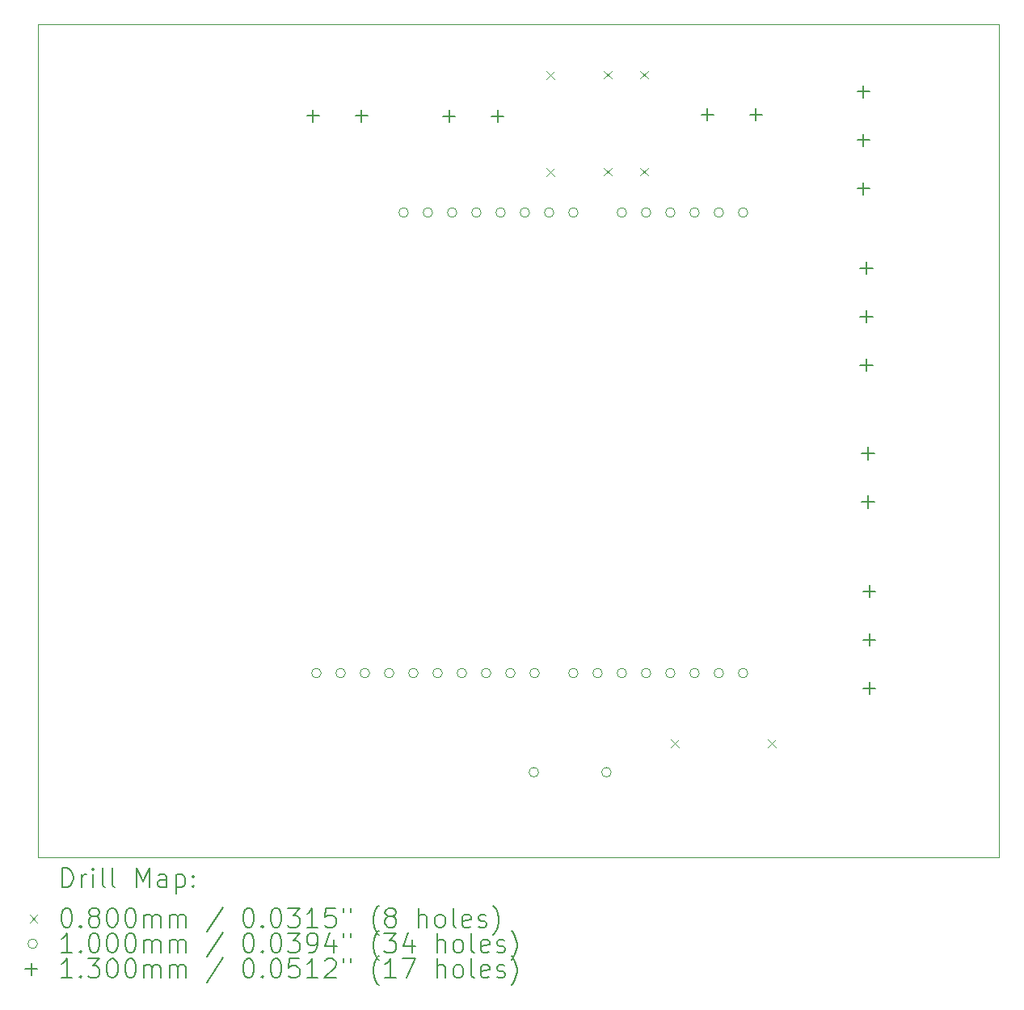
<source format=gbr>
%TF.GenerationSoftware,KiCad,Pcbnew,7.0.5*%
%TF.CreationDate,2023-12-17T15:08:01+05:30*%
%TF.ProjectId,LV conn,4c562063-6f6e-46e2-9e6b-696361645f70,rev?*%
%TF.SameCoordinates,Original*%
%TF.FileFunction,Drillmap*%
%TF.FilePolarity,Positive*%
%FSLAX45Y45*%
G04 Gerber Fmt 4.5, Leading zero omitted, Abs format (unit mm)*
G04 Created by KiCad (PCBNEW 7.0.5) date 2023-12-17 15:08:01*
%MOMM*%
%LPD*%
G01*
G04 APERTURE LIST*
%ADD10C,0.100000*%
%ADD11C,0.200000*%
%ADD12C,0.080000*%
%ADD13C,0.130000*%
G04 APERTURE END LIST*
D10*
X9504680Y-3017520D02*
X19575780Y-3017520D01*
X19575780Y-11744960D01*
X9504680Y-11744960D01*
X9504680Y-3017520D01*
D11*
D12*
X14834240Y-3510920D02*
X14914240Y-3590920D01*
X14914240Y-3510920D02*
X14834240Y-3590920D01*
X14834240Y-4526920D02*
X14914240Y-4606920D01*
X14914240Y-4526920D02*
X14834240Y-4606920D01*
X15433680Y-3508380D02*
X15513680Y-3588380D01*
X15513680Y-3508380D02*
X15433680Y-3588380D01*
X15433680Y-4524380D02*
X15513680Y-4604380D01*
X15513680Y-4524380D02*
X15433680Y-4604380D01*
X15814680Y-3508380D02*
X15894680Y-3588380D01*
X15894680Y-3508380D02*
X15814680Y-3588380D01*
X15814680Y-4524380D02*
X15894680Y-4604380D01*
X15894680Y-4524380D02*
X15814680Y-4604380D01*
X16137260Y-10513700D02*
X16217260Y-10593700D01*
X16217260Y-10513700D02*
X16137260Y-10593700D01*
X17153260Y-10513700D02*
X17233260Y-10593700D01*
X17233260Y-10513700D02*
X17153260Y-10593700D01*
D10*
X12471340Y-9817740D02*
G75*
G03*
X12471340Y-9817740I-50000J0D01*
G01*
X12725340Y-9817740D02*
G75*
G03*
X12725340Y-9817740I-50000J0D01*
G01*
X12979340Y-9817740D02*
G75*
G03*
X12979340Y-9817740I-50000J0D01*
G01*
X13233340Y-9817740D02*
G75*
G03*
X13233340Y-9817740I-50000J0D01*
G01*
X13385340Y-4991740D02*
G75*
G03*
X13385340Y-4991740I-50000J0D01*
G01*
X13487340Y-9817740D02*
G75*
G03*
X13487340Y-9817740I-50000J0D01*
G01*
X13639340Y-4991740D02*
G75*
G03*
X13639340Y-4991740I-50000J0D01*
G01*
X13741340Y-9817740D02*
G75*
G03*
X13741340Y-9817740I-50000J0D01*
G01*
X13893340Y-4991740D02*
G75*
G03*
X13893340Y-4991740I-50000J0D01*
G01*
X13995340Y-9817740D02*
G75*
G03*
X13995340Y-9817740I-50000J0D01*
G01*
X14147340Y-4991740D02*
G75*
G03*
X14147340Y-4991740I-50000J0D01*
G01*
X14249340Y-9817740D02*
G75*
G03*
X14249340Y-9817740I-50000J0D01*
G01*
X14401340Y-4991740D02*
G75*
G03*
X14401340Y-4991740I-50000J0D01*
G01*
X14503340Y-9817740D02*
G75*
G03*
X14503340Y-9817740I-50000J0D01*
G01*
X14655340Y-4991740D02*
G75*
G03*
X14655340Y-4991740I-50000J0D01*
G01*
X14749980Y-10855960D02*
G75*
G03*
X14749980Y-10855960I-50000J0D01*
G01*
X14757340Y-9817740D02*
G75*
G03*
X14757340Y-9817740I-50000J0D01*
G01*
X14909340Y-4991740D02*
G75*
G03*
X14909340Y-4991740I-50000J0D01*
G01*
X15163340Y-4991740D02*
G75*
G03*
X15163340Y-4991740I-50000J0D01*
G01*
X15163340Y-9817740D02*
G75*
G03*
X15163340Y-9817740I-50000J0D01*
G01*
X15417340Y-9817740D02*
G75*
G03*
X15417340Y-9817740I-50000J0D01*
G01*
X15509980Y-10855960D02*
G75*
G03*
X15509980Y-10855960I-50000J0D01*
G01*
X15671340Y-4991740D02*
G75*
G03*
X15671340Y-4991740I-50000J0D01*
G01*
X15671340Y-9817740D02*
G75*
G03*
X15671340Y-9817740I-50000J0D01*
G01*
X15925340Y-4991740D02*
G75*
G03*
X15925340Y-4991740I-50000J0D01*
G01*
X15925340Y-9817740D02*
G75*
G03*
X15925340Y-9817740I-50000J0D01*
G01*
X16179340Y-4991740D02*
G75*
G03*
X16179340Y-4991740I-50000J0D01*
G01*
X16179340Y-9817740D02*
G75*
G03*
X16179340Y-9817740I-50000J0D01*
G01*
X16433340Y-4991740D02*
G75*
G03*
X16433340Y-4991740I-50000J0D01*
G01*
X16433340Y-9817740D02*
G75*
G03*
X16433340Y-9817740I-50000J0D01*
G01*
X16687340Y-4991740D02*
G75*
G03*
X16687340Y-4991740I-50000J0D01*
G01*
X16687340Y-9817740D02*
G75*
G03*
X16687340Y-9817740I-50000J0D01*
G01*
X16941340Y-4991740D02*
G75*
G03*
X16941340Y-4991740I-50000J0D01*
G01*
X16941340Y-9817740D02*
G75*
G03*
X16941340Y-9817740I-50000J0D01*
G01*
D13*
X12388080Y-3912620D02*
X12388080Y-4042620D01*
X12323080Y-3977620D02*
X12453080Y-3977620D01*
X12896080Y-3912620D02*
X12896080Y-4042620D01*
X12831080Y-3977620D02*
X12961080Y-3977620D01*
X13812520Y-3915180D02*
X13812520Y-4045180D01*
X13747520Y-3980180D02*
X13877520Y-3980180D01*
X14320520Y-3915180D02*
X14320520Y-4045180D01*
X14255520Y-3980180D02*
X14385520Y-3980180D01*
X16518120Y-3899920D02*
X16518120Y-4029920D01*
X16453120Y-3964920D02*
X16583120Y-3964920D01*
X17026120Y-3899920D02*
X17026120Y-4029920D01*
X16961120Y-3964920D02*
X17091120Y-3964920D01*
X18153380Y-3658640D02*
X18153380Y-3788640D01*
X18088380Y-3723640D02*
X18218380Y-3723640D01*
X18153380Y-4166640D02*
X18153380Y-4296640D01*
X18088380Y-4231640D02*
X18218380Y-4231640D01*
X18153380Y-4674640D02*
X18153380Y-4804640D01*
X18088380Y-4739640D02*
X18218380Y-4739640D01*
X18183860Y-5507760D02*
X18183860Y-5637760D01*
X18118860Y-5572760D02*
X18248860Y-5572760D01*
X18183860Y-6015760D02*
X18183860Y-6145760D01*
X18118860Y-6080760D02*
X18248860Y-6080760D01*
X18183860Y-6523760D02*
X18183860Y-6653760D01*
X18118860Y-6588760D02*
X18248860Y-6588760D01*
X18201640Y-7448320D02*
X18201640Y-7578320D01*
X18136640Y-7513320D02*
X18266640Y-7513320D01*
X18201640Y-7956320D02*
X18201640Y-8086320D01*
X18136640Y-8021320D02*
X18266640Y-8021320D01*
X18214340Y-8893580D02*
X18214340Y-9023580D01*
X18149340Y-8958580D02*
X18279340Y-8958580D01*
X18214340Y-9401580D02*
X18214340Y-9531580D01*
X18149340Y-9466580D02*
X18279340Y-9466580D01*
X18214340Y-9909580D02*
X18214340Y-10039580D01*
X18149340Y-9974580D02*
X18279340Y-9974580D01*
D11*
X9760457Y-12061444D02*
X9760457Y-11861444D01*
X9760457Y-11861444D02*
X9808076Y-11861444D01*
X9808076Y-11861444D02*
X9836647Y-11870968D01*
X9836647Y-11870968D02*
X9855695Y-11890015D01*
X9855695Y-11890015D02*
X9865219Y-11909063D01*
X9865219Y-11909063D02*
X9874743Y-11947158D01*
X9874743Y-11947158D02*
X9874743Y-11975729D01*
X9874743Y-11975729D02*
X9865219Y-12013825D01*
X9865219Y-12013825D02*
X9855695Y-12032872D01*
X9855695Y-12032872D02*
X9836647Y-12051920D01*
X9836647Y-12051920D02*
X9808076Y-12061444D01*
X9808076Y-12061444D02*
X9760457Y-12061444D01*
X9960457Y-12061444D02*
X9960457Y-11928110D01*
X9960457Y-11966206D02*
X9969981Y-11947158D01*
X9969981Y-11947158D02*
X9979504Y-11937634D01*
X9979504Y-11937634D02*
X9998552Y-11928110D01*
X9998552Y-11928110D02*
X10017600Y-11928110D01*
X10084266Y-12061444D02*
X10084266Y-11928110D01*
X10084266Y-11861444D02*
X10074743Y-11870968D01*
X10074743Y-11870968D02*
X10084266Y-11880491D01*
X10084266Y-11880491D02*
X10093790Y-11870968D01*
X10093790Y-11870968D02*
X10084266Y-11861444D01*
X10084266Y-11861444D02*
X10084266Y-11880491D01*
X10208076Y-12061444D02*
X10189028Y-12051920D01*
X10189028Y-12051920D02*
X10179504Y-12032872D01*
X10179504Y-12032872D02*
X10179504Y-11861444D01*
X10312838Y-12061444D02*
X10293790Y-12051920D01*
X10293790Y-12051920D02*
X10284266Y-12032872D01*
X10284266Y-12032872D02*
X10284266Y-11861444D01*
X10541409Y-12061444D02*
X10541409Y-11861444D01*
X10541409Y-11861444D02*
X10608076Y-12004301D01*
X10608076Y-12004301D02*
X10674743Y-11861444D01*
X10674743Y-11861444D02*
X10674743Y-12061444D01*
X10855695Y-12061444D02*
X10855695Y-11956682D01*
X10855695Y-11956682D02*
X10846171Y-11937634D01*
X10846171Y-11937634D02*
X10827124Y-11928110D01*
X10827124Y-11928110D02*
X10789028Y-11928110D01*
X10789028Y-11928110D02*
X10769981Y-11937634D01*
X10855695Y-12051920D02*
X10836647Y-12061444D01*
X10836647Y-12061444D02*
X10789028Y-12061444D01*
X10789028Y-12061444D02*
X10769981Y-12051920D01*
X10769981Y-12051920D02*
X10760457Y-12032872D01*
X10760457Y-12032872D02*
X10760457Y-12013825D01*
X10760457Y-12013825D02*
X10769981Y-11994777D01*
X10769981Y-11994777D02*
X10789028Y-11985253D01*
X10789028Y-11985253D02*
X10836647Y-11985253D01*
X10836647Y-11985253D02*
X10855695Y-11975729D01*
X10950933Y-11928110D02*
X10950933Y-12128110D01*
X10950933Y-11937634D02*
X10969981Y-11928110D01*
X10969981Y-11928110D02*
X11008076Y-11928110D01*
X11008076Y-11928110D02*
X11027124Y-11937634D01*
X11027124Y-11937634D02*
X11036647Y-11947158D01*
X11036647Y-11947158D02*
X11046171Y-11966206D01*
X11046171Y-11966206D02*
X11046171Y-12023348D01*
X11046171Y-12023348D02*
X11036647Y-12042396D01*
X11036647Y-12042396D02*
X11027124Y-12051920D01*
X11027124Y-12051920D02*
X11008076Y-12061444D01*
X11008076Y-12061444D02*
X10969981Y-12061444D01*
X10969981Y-12061444D02*
X10950933Y-12051920D01*
X11131885Y-12042396D02*
X11141409Y-12051920D01*
X11141409Y-12051920D02*
X11131885Y-12061444D01*
X11131885Y-12061444D02*
X11122362Y-12051920D01*
X11122362Y-12051920D02*
X11131885Y-12042396D01*
X11131885Y-12042396D02*
X11131885Y-12061444D01*
X11131885Y-11937634D02*
X11141409Y-11947158D01*
X11141409Y-11947158D02*
X11131885Y-11956682D01*
X11131885Y-11956682D02*
X11122362Y-11947158D01*
X11122362Y-11947158D02*
X11131885Y-11937634D01*
X11131885Y-11937634D02*
X11131885Y-11956682D01*
D12*
X9419680Y-12349960D02*
X9499680Y-12429960D01*
X9499680Y-12349960D02*
X9419680Y-12429960D01*
D11*
X9798552Y-12281444D02*
X9817600Y-12281444D01*
X9817600Y-12281444D02*
X9836647Y-12290968D01*
X9836647Y-12290968D02*
X9846171Y-12300491D01*
X9846171Y-12300491D02*
X9855695Y-12319539D01*
X9855695Y-12319539D02*
X9865219Y-12357634D01*
X9865219Y-12357634D02*
X9865219Y-12405253D01*
X9865219Y-12405253D02*
X9855695Y-12443348D01*
X9855695Y-12443348D02*
X9846171Y-12462396D01*
X9846171Y-12462396D02*
X9836647Y-12471920D01*
X9836647Y-12471920D02*
X9817600Y-12481444D01*
X9817600Y-12481444D02*
X9798552Y-12481444D01*
X9798552Y-12481444D02*
X9779504Y-12471920D01*
X9779504Y-12471920D02*
X9769981Y-12462396D01*
X9769981Y-12462396D02*
X9760457Y-12443348D01*
X9760457Y-12443348D02*
X9750933Y-12405253D01*
X9750933Y-12405253D02*
X9750933Y-12357634D01*
X9750933Y-12357634D02*
X9760457Y-12319539D01*
X9760457Y-12319539D02*
X9769981Y-12300491D01*
X9769981Y-12300491D02*
X9779504Y-12290968D01*
X9779504Y-12290968D02*
X9798552Y-12281444D01*
X9950933Y-12462396D02*
X9960457Y-12471920D01*
X9960457Y-12471920D02*
X9950933Y-12481444D01*
X9950933Y-12481444D02*
X9941409Y-12471920D01*
X9941409Y-12471920D02*
X9950933Y-12462396D01*
X9950933Y-12462396D02*
X9950933Y-12481444D01*
X10074743Y-12367158D02*
X10055695Y-12357634D01*
X10055695Y-12357634D02*
X10046171Y-12348110D01*
X10046171Y-12348110D02*
X10036647Y-12329063D01*
X10036647Y-12329063D02*
X10036647Y-12319539D01*
X10036647Y-12319539D02*
X10046171Y-12300491D01*
X10046171Y-12300491D02*
X10055695Y-12290968D01*
X10055695Y-12290968D02*
X10074743Y-12281444D01*
X10074743Y-12281444D02*
X10112838Y-12281444D01*
X10112838Y-12281444D02*
X10131885Y-12290968D01*
X10131885Y-12290968D02*
X10141409Y-12300491D01*
X10141409Y-12300491D02*
X10150933Y-12319539D01*
X10150933Y-12319539D02*
X10150933Y-12329063D01*
X10150933Y-12329063D02*
X10141409Y-12348110D01*
X10141409Y-12348110D02*
X10131885Y-12357634D01*
X10131885Y-12357634D02*
X10112838Y-12367158D01*
X10112838Y-12367158D02*
X10074743Y-12367158D01*
X10074743Y-12367158D02*
X10055695Y-12376682D01*
X10055695Y-12376682D02*
X10046171Y-12386206D01*
X10046171Y-12386206D02*
X10036647Y-12405253D01*
X10036647Y-12405253D02*
X10036647Y-12443348D01*
X10036647Y-12443348D02*
X10046171Y-12462396D01*
X10046171Y-12462396D02*
X10055695Y-12471920D01*
X10055695Y-12471920D02*
X10074743Y-12481444D01*
X10074743Y-12481444D02*
X10112838Y-12481444D01*
X10112838Y-12481444D02*
X10131885Y-12471920D01*
X10131885Y-12471920D02*
X10141409Y-12462396D01*
X10141409Y-12462396D02*
X10150933Y-12443348D01*
X10150933Y-12443348D02*
X10150933Y-12405253D01*
X10150933Y-12405253D02*
X10141409Y-12386206D01*
X10141409Y-12386206D02*
X10131885Y-12376682D01*
X10131885Y-12376682D02*
X10112838Y-12367158D01*
X10274743Y-12281444D02*
X10293790Y-12281444D01*
X10293790Y-12281444D02*
X10312838Y-12290968D01*
X10312838Y-12290968D02*
X10322362Y-12300491D01*
X10322362Y-12300491D02*
X10331885Y-12319539D01*
X10331885Y-12319539D02*
X10341409Y-12357634D01*
X10341409Y-12357634D02*
X10341409Y-12405253D01*
X10341409Y-12405253D02*
X10331885Y-12443348D01*
X10331885Y-12443348D02*
X10322362Y-12462396D01*
X10322362Y-12462396D02*
X10312838Y-12471920D01*
X10312838Y-12471920D02*
X10293790Y-12481444D01*
X10293790Y-12481444D02*
X10274743Y-12481444D01*
X10274743Y-12481444D02*
X10255695Y-12471920D01*
X10255695Y-12471920D02*
X10246171Y-12462396D01*
X10246171Y-12462396D02*
X10236647Y-12443348D01*
X10236647Y-12443348D02*
X10227124Y-12405253D01*
X10227124Y-12405253D02*
X10227124Y-12357634D01*
X10227124Y-12357634D02*
X10236647Y-12319539D01*
X10236647Y-12319539D02*
X10246171Y-12300491D01*
X10246171Y-12300491D02*
X10255695Y-12290968D01*
X10255695Y-12290968D02*
X10274743Y-12281444D01*
X10465219Y-12281444D02*
X10484266Y-12281444D01*
X10484266Y-12281444D02*
X10503314Y-12290968D01*
X10503314Y-12290968D02*
X10512838Y-12300491D01*
X10512838Y-12300491D02*
X10522362Y-12319539D01*
X10522362Y-12319539D02*
X10531885Y-12357634D01*
X10531885Y-12357634D02*
X10531885Y-12405253D01*
X10531885Y-12405253D02*
X10522362Y-12443348D01*
X10522362Y-12443348D02*
X10512838Y-12462396D01*
X10512838Y-12462396D02*
X10503314Y-12471920D01*
X10503314Y-12471920D02*
X10484266Y-12481444D01*
X10484266Y-12481444D02*
X10465219Y-12481444D01*
X10465219Y-12481444D02*
X10446171Y-12471920D01*
X10446171Y-12471920D02*
X10436647Y-12462396D01*
X10436647Y-12462396D02*
X10427124Y-12443348D01*
X10427124Y-12443348D02*
X10417600Y-12405253D01*
X10417600Y-12405253D02*
X10417600Y-12357634D01*
X10417600Y-12357634D02*
X10427124Y-12319539D01*
X10427124Y-12319539D02*
X10436647Y-12300491D01*
X10436647Y-12300491D02*
X10446171Y-12290968D01*
X10446171Y-12290968D02*
X10465219Y-12281444D01*
X10617600Y-12481444D02*
X10617600Y-12348110D01*
X10617600Y-12367158D02*
X10627124Y-12357634D01*
X10627124Y-12357634D02*
X10646171Y-12348110D01*
X10646171Y-12348110D02*
X10674743Y-12348110D01*
X10674743Y-12348110D02*
X10693790Y-12357634D01*
X10693790Y-12357634D02*
X10703314Y-12376682D01*
X10703314Y-12376682D02*
X10703314Y-12481444D01*
X10703314Y-12376682D02*
X10712838Y-12357634D01*
X10712838Y-12357634D02*
X10731885Y-12348110D01*
X10731885Y-12348110D02*
X10760457Y-12348110D01*
X10760457Y-12348110D02*
X10779505Y-12357634D01*
X10779505Y-12357634D02*
X10789028Y-12376682D01*
X10789028Y-12376682D02*
X10789028Y-12481444D01*
X10884266Y-12481444D02*
X10884266Y-12348110D01*
X10884266Y-12367158D02*
X10893790Y-12357634D01*
X10893790Y-12357634D02*
X10912838Y-12348110D01*
X10912838Y-12348110D02*
X10941409Y-12348110D01*
X10941409Y-12348110D02*
X10960457Y-12357634D01*
X10960457Y-12357634D02*
X10969981Y-12376682D01*
X10969981Y-12376682D02*
X10969981Y-12481444D01*
X10969981Y-12376682D02*
X10979505Y-12357634D01*
X10979505Y-12357634D02*
X10998552Y-12348110D01*
X10998552Y-12348110D02*
X11027124Y-12348110D01*
X11027124Y-12348110D02*
X11046171Y-12357634D01*
X11046171Y-12357634D02*
X11055695Y-12376682D01*
X11055695Y-12376682D02*
X11055695Y-12481444D01*
X11446171Y-12271920D02*
X11274743Y-12529063D01*
X11703314Y-12281444D02*
X11722362Y-12281444D01*
X11722362Y-12281444D02*
X11741409Y-12290968D01*
X11741409Y-12290968D02*
X11750933Y-12300491D01*
X11750933Y-12300491D02*
X11760457Y-12319539D01*
X11760457Y-12319539D02*
X11769981Y-12357634D01*
X11769981Y-12357634D02*
X11769981Y-12405253D01*
X11769981Y-12405253D02*
X11760457Y-12443348D01*
X11760457Y-12443348D02*
X11750933Y-12462396D01*
X11750933Y-12462396D02*
X11741409Y-12471920D01*
X11741409Y-12471920D02*
X11722362Y-12481444D01*
X11722362Y-12481444D02*
X11703314Y-12481444D01*
X11703314Y-12481444D02*
X11684266Y-12471920D01*
X11684266Y-12471920D02*
X11674743Y-12462396D01*
X11674743Y-12462396D02*
X11665219Y-12443348D01*
X11665219Y-12443348D02*
X11655695Y-12405253D01*
X11655695Y-12405253D02*
X11655695Y-12357634D01*
X11655695Y-12357634D02*
X11665219Y-12319539D01*
X11665219Y-12319539D02*
X11674743Y-12300491D01*
X11674743Y-12300491D02*
X11684266Y-12290968D01*
X11684266Y-12290968D02*
X11703314Y-12281444D01*
X11855695Y-12462396D02*
X11865219Y-12471920D01*
X11865219Y-12471920D02*
X11855695Y-12481444D01*
X11855695Y-12481444D02*
X11846171Y-12471920D01*
X11846171Y-12471920D02*
X11855695Y-12462396D01*
X11855695Y-12462396D02*
X11855695Y-12481444D01*
X11989028Y-12281444D02*
X12008076Y-12281444D01*
X12008076Y-12281444D02*
X12027124Y-12290968D01*
X12027124Y-12290968D02*
X12036647Y-12300491D01*
X12036647Y-12300491D02*
X12046171Y-12319539D01*
X12046171Y-12319539D02*
X12055695Y-12357634D01*
X12055695Y-12357634D02*
X12055695Y-12405253D01*
X12055695Y-12405253D02*
X12046171Y-12443348D01*
X12046171Y-12443348D02*
X12036647Y-12462396D01*
X12036647Y-12462396D02*
X12027124Y-12471920D01*
X12027124Y-12471920D02*
X12008076Y-12481444D01*
X12008076Y-12481444D02*
X11989028Y-12481444D01*
X11989028Y-12481444D02*
X11969981Y-12471920D01*
X11969981Y-12471920D02*
X11960457Y-12462396D01*
X11960457Y-12462396D02*
X11950933Y-12443348D01*
X11950933Y-12443348D02*
X11941409Y-12405253D01*
X11941409Y-12405253D02*
X11941409Y-12357634D01*
X11941409Y-12357634D02*
X11950933Y-12319539D01*
X11950933Y-12319539D02*
X11960457Y-12300491D01*
X11960457Y-12300491D02*
X11969981Y-12290968D01*
X11969981Y-12290968D02*
X11989028Y-12281444D01*
X12122362Y-12281444D02*
X12246171Y-12281444D01*
X12246171Y-12281444D02*
X12179505Y-12357634D01*
X12179505Y-12357634D02*
X12208076Y-12357634D01*
X12208076Y-12357634D02*
X12227124Y-12367158D01*
X12227124Y-12367158D02*
X12236647Y-12376682D01*
X12236647Y-12376682D02*
X12246171Y-12395729D01*
X12246171Y-12395729D02*
X12246171Y-12443348D01*
X12246171Y-12443348D02*
X12236647Y-12462396D01*
X12236647Y-12462396D02*
X12227124Y-12471920D01*
X12227124Y-12471920D02*
X12208076Y-12481444D01*
X12208076Y-12481444D02*
X12150933Y-12481444D01*
X12150933Y-12481444D02*
X12131886Y-12471920D01*
X12131886Y-12471920D02*
X12122362Y-12462396D01*
X12436647Y-12481444D02*
X12322362Y-12481444D01*
X12379505Y-12481444D02*
X12379505Y-12281444D01*
X12379505Y-12281444D02*
X12360457Y-12310015D01*
X12360457Y-12310015D02*
X12341409Y-12329063D01*
X12341409Y-12329063D02*
X12322362Y-12338587D01*
X12617600Y-12281444D02*
X12522362Y-12281444D01*
X12522362Y-12281444D02*
X12512838Y-12376682D01*
X12512838Y-12376682D02*
X12522362Y-12367158D01*
X12522362Y-12367158D02*
X12541409Y-12357634D01*
X12541409Y-12357634D02*
X12589028Y-12357634D01*
X12589028Y-12357634D02*
X12608076Y-12367158D01*
X12608076Y-12367158D02*
X12617600Y-12376682D01*
X12617600Y-12376682D02*
X12627124Y-12395729D01*
X12627124Y-12395729D02*
X12627124Y-12443348D01*
X12627124Y-12443348D02*
X12617600Y-12462396D01*
X12617600Y-12462396D02*
X12608076Y-12471920D01*
X12608076Y-12471920D02*
X12589028Y-12481444D01*
X12589028Y-12481444D02*
X12541409Y-12481444D01*
X12541409Y-12481444D02*
X12522362Y-12471920D01*
X12522362Y-12471920D02*
X12512838Y-12462396D01*
X12703314Y-12281444D02*
X12703314Y-12319539D01*
X12779505Y-12281444D02*
X12779505Y-12319539D01*
X13074743Y-12557634D02*
X13065219Y-12548110D01*
X13065219Y-12548110D02*
X13046171Y-12519539D01*
X13046171Y-12519539D02*
X13036648Y-12500491D01*
X13036648Y-12500491D02*
X13027124Y-12471920D01*
X13027124Y-12471920D02*
X13017600Y-12424301D01*
X13017600Y-12424301D02*
X13017600Y-12386206D01*
X13017600Y-12386206D02*
X13027124Y-12338587D01*
X13027124Y-12338587D02*
X13036648Y-12310015D01*
X13036648Y-12310015D02*
X13046171Y-12290968D01*
X13046171Y-12290968D02*
X13065219Y-12262396D01*
X13065219Y-12262396D02*
X13074743Y-12252872D01*
X13179505Y-12367158D02*
X13160457Y-12357634D01*
X13160457Y-12357634D02*
X13150933Y-12348110D01*
X13150933Y-12348110D02*
X13141409Y-12329063D01*
X13141409Y-12329063D02*
X13141409Y-12319539D01*
X13141409Y-12319539D02*
X13150933Y-12300491D01*
X13150933Y-12300491D02*
X13160457Y-12290968D01*
X13160457Y-12290968D02*
X13179505Y-12281444D01*
X13179505Y-12281444D02*
X13217600Y-12281444D01*
X13217600Y-12281444D02*
X13236648Y-12290968D01*
X13236648Y-12290968D02*
X13246171Y-12300491D01*
X13246171Y-12300491D02*
X13255695Y-12319539D01*
X13255695Y-12319539D02*
X13255695Y-12329063D01*
X13255695Y-12329063D02*
X13246171Y-12348110D01*
X13246171Y-12348110D02*
X13236648Y-12357634D01*
X13236648Y-12357634D02*
X13217600Y-12367158D01*
X13217600Y-12367158D02*
X13179505Y-12367158D01*
X13179505Y-12367158D02*
X13160457Y-12376682D01*
X13160457Y-12376682D02*
X13150933Y-12386206D01*
X13150933Y-12386206D02*
X13141409Y-12405253D01*
X13141409Y-12405253D02*
X13141409Y-12443348D01*
X13141409Y-12443348D02*
X13150933Y-12462396D01*
X13150933Y-12462396D02*
X13160457Y-12471920D01*
X13160457Y-12471920D02*
X13179505Y-12481444D01*
X13179505Y-12481444D02*
X13217600Y-12481444D01*
X13217600Y-12481444D02*
X13236648Y-12471920D01*
X13236648Y-12471920D02*
X13246171Y-12462396D01*
X13246171Y-12462396D02*
X13255695Y-12443348D01*
X13255695Y-12443348D02*
X13255695Y-12405253D01*
X13255695Y-12405253D02*
X13246171Y-12386206D01*
X13246171Y-12386206D02*
X13236648Y-12376682D01*
X13236648Y-12376682D02*
X13217600Y-12367158D01*
X13493790Y-12481444D02*
X13493790Y-12281444D01*
X13579505Y-12481444D02*
X13579505Y-12376682D01*
X13579505Y-12376682D02*
X13569981Y-12357634D01*
X13569981Y-12357634D02*
X13550933Y-12348110D01*
X13550933Y-12348110D02*
X13522362Y-12348110D01*
X13522362Y-12348110D02*
X13503314Y-12357634D01*
X13503314Y-12357634D02*
X13493790Y-12367158D01*
X13703314Y-12481444D02*
X13684267Y-12471920D01*
X13684267Y-12471920D02*
X13674743Y-12462396D01*
X13674743Y-12462396D02*
X13665219Y-12443348D01*
X13665219Y-12443348D02*
X13665219Y-12386206D01*
X13665219Y-12386206D02*
X13674743Y-12367158D01*
X13674743Y-12367158D02*
X13684267Y-12357634D01*
X13684267Y-12357634D02*
X13703314Y-12348110D01*
X13703314Y-12348110D02*
X13731886Y-12348110D01*
X13731886Y-12348110D02*
X13750933Y-12357634D01*
X13750933Y-12357634D02*
X13760457Y-12367158D01*
X13760457Y-12367158D02*
X13769981Y-12386206D01*
X13769981Y-12386206D02*
X13769981Y-12443348D01*
X13769981Y-12443348D02*
X13760457Y-12462396D01*
X13760457Y-12462396D02*
X13750933Y-12471920D01*
X13750933Y-12471920D02*
X13731886Y-12481444D01*
X13731886Y-12481444D02*
X13703314Y-12481444D01*
X13884267Y-12481444D02*
X13865219Y-12471920D01*
X13865219Y-12471920D02*
X13855695Y-12452872D01*
X13855695Y-12452872D02*
X13855695Y-12281444D01*
X14036648Y-12471920D02*
X14017600Y-12481444D01*
X14017600Y-12481444D02*
X13979505Y-12481444D01*
X13979505Y-12481444D02*
X13960457Y-12471920D01*
X13960457Y-12471920D02*
X13950933Y-12452872D01*
X13950933Y-12452872D02*
X13950933Y-12376682D01*
X13950933Y-12376682D02*
X13960457Y-12357634D01*
X13960457Y-12357634D02*
X13979505Y-12348110D01*
X13979505Y-12348110D02*
X14017600Y-12348110D01*
X14017600Y-12348110D02*
X14036648Y-12357634D01*
X14036648Y-12357634D02*
X14046171Y-12376682D01*
X14046171Y-12376682D02*
X14046171Y-12395729D01*
X14046171Y-12395729D02*
X13950933Y-12414777D01*
X14122362Y-12471920D02*
X14141410Y-12481444D01*
X14141410Y-12481444D02*
X14179505Y-12481444D01*
X14179505Y-12481444D02*
X14198552Y-12471920D01*
X14198552Y-12471920D02*
X14208076Y-12452872D01*
X14208076Y-12452872D02*
X14208076Y-12443348D01*
X14208076Y-12443348D02*
X14198552Y-12424301D01*
X14198552Y-12424301D02*
X14179505Y-12414777D01*
X14179505Y-12414777D02*
X14150933Y-12414777D01*
X14150933Y-12414777D02*
X14131886Y-12405253D01*
X14131886Y-12405253D02*
X14122362Y-12386206D01*
X14122362Y-12386206D02*
X14122362Y-12376682D01*
X14122362Y-12376682D02*
X14131886Y-12357634D01*
X14131886Y-12357634D02*
X14150933Y-12348110D01*
X14150933Y-12348110D02*
X14179505Y-12348110D01*
X14179505Y-12348110D02*
X14198552Y-12357634D01*
X14274743Y-12557634D02*
X14284267Y-12548110D01*
X14284267Y-12548110D02*
X14303314Y-12519539D01*
X14303314Y-12519539D02*
X14312838Y-12500491D01*
X14312838Y-12500491D02*
X14322362Y-12471920D01*
X14322362Y-12471920D02*
X14331886Y-12424301D01*
X14331886Y-12424301D02*
X14331886Y-12386206D01*
X14331886Y-12386206D02*
X14322362Y-12338587D01*
X14322362Y-12338587D02*
X14312838Y-12310015D01*
X14312838Y-12310015D02*
X14303314Y-12290968D01*
X14303314Y-12290968D02*
X14284267Y-12262396D01*
X14284267Y-12262396D02*
X14274743Y-12252872D01*
D10*
X9499680Y-12653960D02*
G75*
G03*
X9499680Y-12653960I-50000J0D01*
G01*
D11*
X9865219Y-12745444D02*
X9750933Y-12745444D01*
X9808076Y-12745444D02*
X9808076Y-12545444D01*
X9808076Y-12545444D02*
X9789028Y-12574015D01*
X9789028Y-12574015D02*
X9769981Y-12593063D01*
X9769981Y-12593063D02*
X9750933Y-12602587D01*
X9950933Y-12726396D02*
X9960457Y-12735920D01*
X9960457Y-12735920D02*
X9950933Y-12745444D01*
X9950933Y-12745444D02*
X9941409Y-12735920D01*
X9941409Y-12735920D02*
X9950933Y-12726396D01*
X9950933Y-12726396D02*
X9950933Y-12745444D01*
X10084266Y-12545444D02*
X10103314Y-12545444D01*
X10103314Y-12545444D02*
X10122362Y-12554968D01*
X10122362Y-12554968D02*
X10131885Y-12564491D01*
X10131885Y-12564491D02*
X10141409Y-12583539D01*
X10141409Y-12583539D02*
X10150933Y-12621634D01*
X10150933Y-12621634D02*
X10150933Y-12669253D01*
X10150933Y-12669253D02*
X10141409Y-12707348D01*
X10141409Y-12707348D02*
X10131885Y-12726396D01*
X10131885Y-12726396D02*
X10122362Y-12735920D01*
X10122362Y-12735920D02*
X10103314Y-12745444D01*
X10103314Y-12745444D02*
X10084266Y-12745444D01*
X10084266Y-12745444D02*
X10065219Y-12735920D01*
X10065219Y-12735920D02*
X10055695Y-12726396D01*
X10055695Y-12726396D02*
X10046171Y-12707348D01*
X10046171Y-12707348D02*
X10036647Y-12669253D01*
X10036647Y-12669253D02*
X10036647Y-12621634D01*
X10036647Y-12621634D02*
X10046171Y-12583539D01*
X10046171Y-12583539D02*
X10055695Y-12564491D01*
X10055695Y-12564491D02*
X10065219Y-12554968D01*
X10065219Y-12554968D02*
X10084266Y-12545444D01*
X10274743Y-12545444D02*
X10293790Y-12545444D01*
X10293790Y-12545444D02*
X10312838Y-12554968D01*
X10312838Y-12554968D02*
X10322362Y-12564491D01*
X10322362Y-12564491D02*
X10331885Y-12583539D01*
X10331885Y-12583539D02*
X10341409Y-12621634D01*
X10341409Y-12621634D02*
X10341409Y-12669253D01*
X10341409Y-12669253D02*
X10331885Y-12707348D01*
X10331885Y-12707348D02*
X10322362Y-12726396D01*
X10322362Y-12726396D02*
X10312838Y-12735920D01*
X10312838Y-12735920D02*
X10293790Y-12745444D01*
X10293790Y-12745444D02*
X10274743Y-12745444D01*
X10274743Y-12745444D02*
X10255695Y-12735920D01*
X10255695Y-12735920D02*
X10246171Y-12726396D01*
X10246171Y-12726396D02*
X10236647Y-12707348D01*
X10236647Y-12707348D02*
X10227124Y-12669253D01*
X10227124Y-12669253D02*
X10227124Y-12621634D01*
X10227124Y-12621634D02*
X10236647Y-12583539D01*
X10236647Y-12583539D02*
X10246171Y-12564491D01*
X10246171Y-12564491D02*
X10255695Y-12554968D01*
X10255695Y-12554968D02*
X10274743Y-12545444D01*
X10465219Y-12545444D02*
X10484266Y-12545444D01*
X10484266Y-12545444D02*
X10503314Y-12554968D01*
X10503314Y-12554968D02*
X10512838Y-12564491D01*
X10512838Y-12564491D02*
X10522362Y-12583539D01*
X10522362Y-12583539D02*
X10531885Y-12621634D01*
X10531885Y-12621634D02*
X10531885Y-12669253D01*
X10531885Y-12669253D02*
X10522362Y-12707348D01*
X10522362Y-12707348D02*
X10512838Y-12726396D01*
X10512838Y-12726396D02*
X10503314Y-12735920D01*
X10503314Y-12735920D02*
X10484266Y-12745444D01*
X10484266Y-12745444D02*
X10465219Y-12745444D01*
X10465219Y-12745444D02*
X10446171Y-12735920D01*
X10446171Y-12735920D02*
X10436647Y-12726396D01*
X10436647Y-12726396D02*
X10427124Y-12707348D01*
X10427124Y-12707348D02*
X10417600Y-12669253D01*
X10417600Y-12669253D02*
X10417600Y-12621634D01*
X10417600Y-12621634D02*
X10427124Y-12583539D01*
X10427124Y-12583539D02*
X10436647Y-12564491D01*
X10436647Y-12564491D02*
X10446171Y-12554968D01*
X10446171Y-12554968D02*
X10465219Y-12545444D01*
X10617600Y-12745444D02*
X10617600Y-12612110D01*
X10617600Y-12631158D02*
X10627124Y-12621634D01*
X10627124Y-12621634D02*
X10646171Y-12612110D01*
X10646171Y-12612110D02*
X10674743Y-12612110D01*
X10674743Y-12612110D02*
X10693790Y-12621634D01*
X10693790Y-12621634D02*
X10703314Y-12640682D01*
X10703314Y-12640682D02*
X10703314Y-12745444D01*
X10703314Y-12640682D02*
X10712838Y-12621634D01*
X10712838Y-12621634D02*
X10731885Y-12612110D01*
X10731885Y-12612110D02*
X10760457Y-12612110D01*
X10760457Y-12612110D02*
X10779505Y-12621634D01*
X10779505Y-12621634D02*
X10789028Y-12640682D01*
X10789028Y-12640682D02*
X10789028Y-12745444D01*
X10884266Y-12745444D02*
X10884266Y-12612110D01*
X10884266Y-12631158D02*
X10893790Y-12621634D01*
X10893790Y-12621634D02*
X10912838Y-12612110D01*
X10912838Y-12612110D02*
X10941409Y-12612110D01*
X10941409Y-12612110D02*
X10960457Y-12621634D01*
X10960457Y-12621634D02*
X10969981Y-12640682D01*
X10969981Y-12640682D02*
X10969981Y-12745444D01*
X10969981Y-12640682D02*
X10979505Y-12621634D01*
X10979505Y-12621634D02*
X10998552Y-12612110D01*
X10998552Y-12612110D02*
X11027124Y-12612110D01*
X11027124Y-12612110D02*
X11046171Y-12621634D01*
X11046171Y-12621634D02*
X11055695Y-12640682D01*
X11055695Y-12640682D02*
X11055695Y-12745444D01*
X11446171Y-12535920D02*
X11274743Y-12793063D01*
X11703314Y-12545444D02*
X11722362Y-12545444D01*
X11722362Y-12545444D02*
X11741409Y-12554968D01*
X11741409Y-12554968D02*
X11750933Y-12564491D01*
X11750933Y-12564491D02*
X11760457Y-12583539D01*
X11760457Y-12583539D02*
X11769981Y-12621634D01*
X11769981Y-12621634D02*
X11769981Y-12669253D01*
X11769981Y-12669253D02*
X11760457Y-12707348D01*
X11760457Y-12707348D02*
X11750933Y-12726396D01*
X11750933Y-12726396D02*
X11741409Y-12735920D01*
X11741409Y-12735920D02*
X11722362Y-12745444D01*
X11722362Y-12745444D02*
X11703314Y-12745444D01*
X11703314Y-12745444D02*
X11684266Y-12735920D01*
X11684266Y-12735920D02*
X11674743Y-12726396D01*
X11674743Y-12726396D02*
X11665219Y-12707348D01*
X11665219Y-12707348D02*
X11655695Y-12669253D01*
X11655695Y-12669253D02*
X11655695Y-12621634D01*
X11655695Y-12621634D02*
X11665219Y-12583539D01*
X11665219Y-12583539D02*
X11674743Y-12564491D01*
X11674743Y-12564491D02*
X11684266Y-12554968D01*
X11684266Y-12554968D02*
X11703314Y-12545444D01*
X11855695Y-12726396D02*
X11865219Y-12735920D01*
X11865219Y-12735920D02*
X11855695Y-12745444D01*
X11855695Y-12745444D02*
X11846171Y-12735920D01*
X11846171Y-12735920D02*
X11855695Y-12726396D01*
X11855695Y-12726396D02*
X11855695Y-12745444D01*
X11989028Y-12545444D02*
X12008076Y-12545444D01*
X12008076Y-12545444D02*
X12027124Y-12554968D01*
X12027124Y-12554968D02*
X12036647Y-12564491D01*
X12036647Y-12564491D02*
X12046171Y-12583539D01*
X12046171Y-12583539D02*
X12055695Y-12621634D01*
X12055695Y-12621634D02*
X12055695Y-12669253D01*
X12055695Y-12669253D02*
X12046171Y-12707348D01*
X12046171Y-12707348D02*
X12036647Y-12726396D01*
X12036647Y-12726396D02*
X12027124Y-12735920D01*
X12027124Y-12735920D02*
X12008076Y-12745444D01*
X12008076Y-12745444D02*
X11989028Y-12745444D01*
X11989028Y-12745444D02*
X11969981Y-12735920D01*
X11969981Y-12735920D02*
X11960457Y-12726396D01*
X11960457Y-12726396D02*
X11950933Y-12707348D01*
X11950933Y-12707348D02*
X11941409Y-12669253D01*
X11941409Y-12669253D02*
X11941409Y-12621634D01*
X11941409Y-12621634D02*
X11950933Y-12583539D01*
X11950933Y-12583539D02*
X11960457Y-12564491D01*
X11960457Y-12564491D02*
X11969981Y-12554968D01*
X11969981Y-12554968D02*
X11989028Y-12545444D01*
X12122362Y-12545444D02*
X12246171Y-12545444D01*
X12246171Y-12545444D02*
X12179505Y-12621634D01*
X12179505Y-12621634D02*
X12208076Y-12621634D01*
X12208076Y-12621634D02*
X12227124Y-12631158D01*
X12227124Y-12631158D02*
X12236647Y-12640682D01*
X12236647Y-12640682D02*
X12246171Y-12659729D01*
X12246171Y-12659729D02*
X12246171Y-12707348D01*
X12246171Y-12707348D02*
X12236647Y-12726396D01*
X12236647Y-12726396D02*
X12227124Y-12735920D01*
X12227124Y-12735920D02*
X12208076Y-12745444D01*
X12208076Y-12745444D02*
X12150933Y-12745444D01*
X12150933Y-12745444D02*
X12131886Y-12735920D01*
X12131886Y-12735920D02*
X12122362Y-12726396D01*
X12341409Y-12745444D02*
X12379505Y-12745444D01*
X12379505Y-12745444D02*
X12398552Y-12735920D01*
X12398552Y-12735920D02*
X12408076Y-12726396D01*
X12408076Y-12726396D02*
X12427124Y-12697825D01*
X12427124Y-12697825D02*
X12436647Y-12659729D01*
X12436647Y-12659729D02*
X12436647Y-12583539D01*
X12436647Y-12583539D02*
X12427124Y-12564491D01*
X12427124Y-12564491D02*
X12417600Y-12554968D01*
X12417600Y-12554968D02*
X12398552Y-12545444D01*
X12398552Y-12545444D02*
X12360457Y-12545444D01*
X12360457Y-12545444D02*
X12341409Y-12554968D01*
X12341409Y-12554968D02*
X12331886Y-12564491D01*
X12331886Y-12564491D02*
X12322362Y-12583539D01*
X12322362Y-12583539D02*
X12322362Y-12631158D01*
X12322362Y-12631158D02*
X12331886Y-12650206D01*
X12331886Y-12650206D02*
X12341409Y-12659729D01*
X12341409Y-12659729D02*
X12360457Y-12669253D01*
X12360457Y-12669253D02*
X12398552Y-12669253D01*
X12398552Y-12669253D02*
X12417600Y-12659729D01*
X12417600Y-12659729D02*
X12427124Y-12650206D01*
X12427124Y-12650206D02*
X12436647Y-12631158D01*
X12608076Y-12612110D02*
X12608076Y-12745444D01*
X12560457Y-12535920D02*
X12512838Y-12678777D01*
X12512838Y-12678777D02*
X12636647Y-12678777D01*
X12703314Y-12545444D02*
X12703314Y-12583539D01*
X12779505Y-12545444D02*
X12779505Y-12583539D01*
X13074743Y-12821634D02*
X13065219Y-12812110D01*
X13065219Y-12812110D02*
X13046171Y-12783539D01*
X13046171Y-12783539D02*
X13036648Y-12764491D01*
X13036648Y-12764491D02*
X13027124Y-12735920D01*
X13027124Y-12735920D02*
X13017600Y-12688301D01*
X13017600Y-12688301D02*
X13017600Y-12650206D01*
X13017600Y-12650206D02*
X13027124Y-12602587D01*
X13027124Y-12602587D02*
X13036648Y-12574015D01*
X13036648Y-12574015D02*
X13046171Y-12554968D01*
X13046171Y-12554968D02*
X13065219Y-12526396D01*
X13065219Y-12526396D02*
X13074743Y-12516872D01*
X13131886Y-12545444D02*
X13255695Y-12545444D01*
X13255695Y-12545444D02*
X13189028Y-12621634D01*
X13189028Y-12621634D02*
X13217600Y-12621634D01*
X13217600Y-12621634D02*
X13236648Y-12631158D01*
X13236648Y-12631158D02*
X13246171Y-12640682D01*
X13246171Y-12640682D02*
X13255695Y-12659729D01*
X13255695Y-12659729D02*
X13255695Y-12707348D01*
X13255695Y-12707348D02*
X13246171Y-12726396D01*
X13246171Y-12726396D02*
X13236648Y-12735920D01*
X13236648Y-12735920D02*
X13217600Y-12745444D01*
X13217600Y-12745444D02*
X13160457Y-12745444D01*
X13160457Y-12745444D02*
X13141409Y-12735920D01*
X13141409Y-12735920D02*
X13131886Y-12726396D01*
X13427124Y-12612110D02*
X13427124Y-12745444D01*
X13379505Y-12535920D02*
X13331886Y-12678777D01*
X13331886Y-12678777D02*
X13455695Y-12678777D01*
X13684267Y-12745444D02*
X13684267Y-12545444D01*
X13769981Y-12745444D02*
X13769981Y-12640682D01*
X13769981Y-12640682D02*
X13760457Y-12621634D01*
X13760457Y-12621634D02*
X13741410Y-12612110D01*
X13741410Y-12612110D02*
X13712838Y-12612110D01*
X13712838Y-12612110D02*
X13693790Y-12621634D01*
X13693790Y-12621634D02*
X13684267Y-12631158D01*
X13893790Y-12745444D02*
X13874743Y-12735920D01*
X13874743Y-12735920D02*
X13865219Y-12726396D01*
X13865219Y-12726396D02*
X13855695Y-12707348D01*
X13855695Y-12707348D02*
X13855695Y-12650206D01*
X13855695Y-12650206D02*
X13865219Y-12631158D01*
X13865219Y-12631158D02*
X13874743Y-12621634D01*
X13874743Y-12621634D02*
X13893790Y-12612110D01*
X13893790Y-12612110D02*
X13922362Y-12612110D01*
X13922362Y-12612110D02*
X13941410Y-12621634D01*
X13941410Y-12621634D02*
X13950933Y-12631158D01*
X13950933Y-12631158D02*
X13960457Y-12650206D01*
X13960457Y-12650206D02*
X13960457Y-12707348D01*
X13960457Y-12707348D02*
X13950933Y-12726396D01*
X13950933Y-12726396D02*
X13941410Y-12735920D01*
X13941410Y-12735920D02*
X13922362Y-12745444D01*
X13922362Y-12745444D02*
X13893790Y-12745444D01*
X14074743Y-12745444D02*
X14055695Y-12735920D01*
X14055695Y-12735920D02*
X14046171Y-12716872D01*
X14046171Y-12716872D02*
X14046171Y-12545444D01*
X14227124Y-12735920D02*
X14208076Y-12745444D01*
X14208076Y-12745444D02*
X14169981Y-12745444D01*
X14169981Y-12745444D02*
X14150933Y-12735920D01*
X14150933Y-12735920D02*
X14141410Y-12716872D01*
X14141410Y-12716872D02*
X14141410Y-12640682D01*
X14141410Y-12640682D02*
X14150933Y-12621634D01*
X14150933Y-12621634D02*
X14169981Y-12612110D01*
X14169981Y-12612110D02*
X14208076Y-12612110D01*
X14208076Y-12612110D02*
X14227124Y-12621634D01*
X14227124Y-12621634D02*
X14236648Y-12640682D01*
X14236648Y-12640682D02*
X14236648Y-12659729D01*
X14236648Y-12659729D02*
X14141410Y-12678777D01*
X14312838Y-12735920D02*
X14331886Y-12745444D01*
X14331886Y-12745444D02*
X14369981Y-12745444D01*
X14369981Y-12745444D02*
X14389029Y-12735920D01*
X14389029Y-12735920D02*
X14398552Y-12716872D01*
X14398552Y-12716872D02*
X14398552Y-12707348D01*
X14398552Y-12707348D02*
X14389029Y-12688301D01*
X14389029Y-12688301D02*
X14369981Y-12678777D01*
X14369981Y-12678777D02*
X14341410Y-12678777D01*
X14341410Y-12678777D02*
X14322362Y-12669253D01*
X14322362Y-12669253D02*
X14312838Y-12650206D01*
X14312838Y-12650206D02*
X14312838Y-12640682D01*
X14312838Y-12640682D02*
X14322362Y-12621634D01*
X14322362Y-12621634D02*
X14341410Y-12612110D01*
X14341410Y-12612110D02*
X14369981Y-12612110D01*
X14369981Y-12612110D02*
X14389029Y-12621634D01*
X14465219Y-12821634D02*
X14474743Y-12812110D01*
X14474743Y-12812110D02*
X14493791Y-12783539D01*
X14493791Y-12783539D02*
X14503314Y-12764491D01*
X14503314Y-12764491D02*
X14512838Y-12735920D01*
X14512838Y-12735920D02*
X14522362Y-12688301D01*
X14522362Y-12688301D02*
X14522362Y-12650206D01*
X14522362Y-12650206D02*
X14512838Y-12602587D01*
X14512838Y-12602587D02*
X14503314Y-12574015D01*
X14503314Y-12574015D02*
X14493791Y-12554968D01*
X14493791Y-12554968D02*
X14474743Y-12526396D01*
X14474743Y-12526396D02*
X14465219Y-12516872D01*
D13*
X9434680Y-12852960D02*
X9434680Y-12982960D01*
X9369680Y-12917960D02*
X9499680Y-12917960D01*
D11*
X9865219Y-13009444D02*
X9750933Y-13009444D01*
X9808076Y-13009444D02*
X9808076Y-12809444D01*
X9808076Y-12809444D02*
X9789028Y-12838015D01*
X9789028Y-12838015D02*
X9769981Y-12857063D01*
X9769981Y-12857063D02*
X9750933Y-12866587D01*
X9950933Y-12990396D02*
X9960457Y-12999920D01*
X9960457Y-12999920D02*
X9950933Y-13009444D01*
X9950933Y-13009444D02*
X9941409Y-12999920D01*
X9941409Y-12999920D02*
X9950933Y-12990396D01*
X9950933Y-12990396D02*
X9950933Y-13009444D01*
X10027124Y-12809444D02*
X10150933Y-12809444D01*
X10150933Y-12809444D02*
X10084266Y-12885634D01*
X10084266Y-12885634D02*
X10112838Y-12885634D01*
X10112838Y-12885634D02*
X10131885Y-12895158D01*
X10131885Y-12895158D02*
X10141409Y-12904682D01*
X10141409Y-12904682D02*
X10150933Y-12923729D01*
X10150933Y-12923729D02*
X10150933Y-12971348D01*
X10150933Y-12971348D02*
X10141409Y-12990396D01*
X10141409Y-12990396D02*
X10131885Y-12999920D01*
X10131885Y-12999920D02*
X10112838Y-13009444D01*
X10112838Y-13009444D02*
X10055695Y-13009444D01*
X10055695Y-13009444D02*
X10036647Y-12999920D01*
X10036647Y-12999920D02*
X10027124Y-12990396D01*
X10274743Y-12809444D02*
X10293790Y-12809444D01*
X10293790Y-12809444D02*
X10312838Y-12818968D01*
X10312838Y-12818968D02*
X10322362Y-12828491D01*
X10322362Y-12828491D02*
X10331885Y-12847539D01*
X10331885Y-12847539D02*
X10341409Y-12885634D01*
X10341409Y-12885634D02*
X10341409Y-12933253D01*
X10341409Y-12933253D02*
X10331885Y-12971348D01*
X10331885Y-12971348D02*
X10322362Y-12990396D01*
X10322362Y-12990396D02*
X10312838Y-12999920D01*
X10312838Y-12999920D02*
X10293790Y-13009444D01*
X10293790Y-13009444D02*
X10274743Y-13009444D01*
X10274743Y-13009444D02*
X10255695Y-12999920D01*
X10255695Y-12999920D02*
X10246171Y-12990396D01*
X10246171Y-12990396D02*
X10236647Y-12971348D01*
X10236647Y-12971348D02*
X10227124Y-12933253D01*
X10227124Y-12933253D02*
X10227124Y-12885634D01*
X10227124Y-12885634D02*
X10236647Y-12847539D01*
X10236647Y-12847539D02*
X10246171Y-12828491D01*
X10246171Y-12828491D02*
X10255695Y-12818968D01*
X10255695Y-12818968D02*
X10274743Y-12809444D01*
X10465219Y-12809444D02*
X10484266Y-12809444D01*
X10484266Y-12809444D02*
X10503314Y-12818968D01*
X10503314Y-12818968D02*
X10512838Y-12828491D01*
X10512838Y-12828491D02*
X10522362Y-12847539D01*
X10522362Y-12847539D02*
X10531885Y-12885634D01*
X10531885Y-12885634D02*
X10531885Y-12933253D01*
X10531885Y-12933253D02*
X10522362Y-12971348D01*
X10522362Y-12971348D02*
X10512838Y-12990396D01*
X10512838Y-12990396D02*
X10503314Y-12999920D01*
X10503314Y-12999920D02*
X10484266Y-13009444D01*
X10484266Y-13009444D02*
X10465219Y-13009444D01*
X10465219Y-13009444D02*
X10446171Y-12999920D01*
X10446171Y-12999920D02*
X10436647Y-12990396D01*
X10436647Y-12990396D02*
X10427124Y-12971348D01*
X10427124Y-12971348D02*
X10417600Y-12933253D01*
X10417600Y-12933253D02*
X10417600Y-12885634D01*
X10417600Y-12885634D02*
X10427124Y-12847539D01*
X10427124Y-12847539D02*
X10436647Y-12828491D01*
X10436647Y-12828491D02*
X10446171Y-12818968D01*
X10446171Y-12818968D02*
X10465219Y-12809444D01*
X10617600Y-13009444D02*
X10617600Y-12876110D01*
X10617600Y-12895158D02*
X10627124Y-12885634D01*
X10627124Y-12885634D02*
X10646171Y-12876110D01*
X10646171Y-12876110D02*
X10674743Y-12876110D01*
X10674743Y-12876110D02*
X10693790Y-12885634D01*
X10693790Y-12885634D02*
X10703314Y-12904682D01*
X10703314Y-12904682D02*
X10703314Y-13009444D01*
X10703314Y-12904682D02*
X10712838Y-12885634D01*
X10712838Y-12885634D02*
X10731885Y-12876110D01*
X10731885Y-12876110D02*
X10760457Y-12876110D01*
X10760457Y-12876110D02*
X10779505Y-12885634D01*
X10779505Y-12885634D02*
X10789028Y-12904682D01*
X10789028Y-12904682D02*
X10789028Y-13009444D01*
X10884266Y-13009444D02*
X10884266Y-12876110D01*
X10884266Y-12895158D02*
X10893790Y-12885634D01*
X10893790Y-12885634D02*
X10912838Y-12876110D01*
X10912838Y-12876110D02*
X10941409Y-12876110D01*
X10941409Y-12876110D02*
X10960457Y-12885634D01*
X10960457Y-12885634D02*
X10969981Y-12904682D01*
X10969981Y-12904682D02*
X10969981Y-13009444D01*
X10969981Y-12904682D02*
X10979505Y-12885634D01*
X10979505Y-12885634D02*
X10998552Y-12876110D01*
X10998552Y-12876110D02*
X11027124Y-12876110D01*
X11027124Y-12876110D02*
X11046171Y-12885634D01*
X11046171Y-12885634D02*
X11055695Y-12904682D01*
X11055695Y-12904682D02*
X11055695Y-13009444D01*
X11446171Y-12799920D02*
X11274743Y-13057063D01*
X11703314Y-12809444D02*
X11722362Y-12809444D01*
X11722362Y-12809444D02*
X11741409Y-12818968D01*
X11741409Y-12818968D02*
X11750933Y-12828491D01*
X11750933Y-12828491D02*
X11760457Y-12847539D01*
X11760457Y-12847539D02*
X11769981Y-12885634D01*
X11769981Y-12885634D02*
X11769981Y-12933253D01*
X11769981Y-12933253D02*
X11760457Y-12971348D01*
X11760457Y-12971348D02*
X11750933Y-12990396D01*
X11750933Y-12990396D02*
X11741409Y-12999920D01*
X11741409Y-12999920D02*
X11722362Y-13009444D01*
X11722362Y-13009444D02*
X11703314Y-13009444D01*
X11703314Y-13009444D02*
X11684266Y-12999920D01*
X11684266Y-12999920D02*
X11674743Y-12990396D01*
X11674743Y-12990396D02*
X11665219Y-12971348D01*
X11665219Y-12971348D02*
X11655695Y-12933253D01*
X11655695Y-12933253D02*
X11655695Y-12885634D01*
X11655695Y-12885634D02*
X11665219Y-12847539D01*
X11665219Y-12847539D02*
X11674743Y-12828491D01*
X11674743Y-12828491D02*
X11684266Y-12818968D01*
X11684266Y-12818968D02*
X11703314Y-12809444D01*
X11855695Y-12990396D02*
X11865219Y-12999920D01*
X11865219Y-12999920D02*
X11855695Y-13009444D01*
X11855695Y-13009444D02*
X11846171Y-12999920D01*
X11846171Y-12999920D02*
X11855695Y-12990396D01*
X11855695Y-12990396D02*
X11855695Y-13009444D01*
X11989028Y-12809444D02*
X12008076Y-12809444D01*
X12008076Y-12809444D02*
X12027124Y-12818968D01*
X12027124Y-12818968D02*
X12036647Y-12828491D01*
X12036647Y-12828491D02*
X12046171Y-12847539D01*
X12046171Y-12847539D02*
X12055695Y-12885634D01*
X12055695Y-12885634D02*
X12055695Y-12933253D01*
X12055695Y-12933253D02*
X12046171Y-12971348D01*
X12046171Y-12971348D02*
X12036647Y-12990396D01*
X12036647Y-12990396D02*
X12027124Y-12999920D01*
X12027124Y-12999920D02*
X12008076Y-13009444D01*
X12008076Y-13009444D02*
X11989028Y-13009444D01*
X11989028Y-13009444D02*
X11969981Y-12999920D01*
X11969981Y-12999920D02*
X11960457Y-12990396D01*
X11960457Y-12990396D02*
X11950933Y-12971348D01*
X11950933Y-12971348D02*
X11941409Y-12933253D01*
X11941409Y-12933253D02*
X11941409Y-12885634D01*
X11941409Y-12885634D02*
X11950933Y-12847539D01*
X11950933Y-12847539D02*
X11960457Y-12828491D01*
X11960457Y-12828491D02*
X11969981Y-12818968D01*
X11969981Y-12818968D02*
X11989028Y-12809444D01*
X12236647Y-12809444D02*
X12141409Y-12809444D01*
X12141409Y-12809444D02*
X12131886Y-12904682D01*
X12131886Y-12904682D02*
X12141409Y-12895158D01*
X12141409Y-12895158D02*
X12160457Y-12885634D01*
X12160457Y-12885634D02*
X12208076Y-12885634D01*
X12208076Y-12885634D02*
X12227124Y-12895158D01*
X12227124Y-12895158D02*
X12236647Y-12904682D01*
X12236647Y-12904682D02*
X12246171Y-12923729D01*
X12246171Y-12923729D02*
X12246171Y-12971348D01*
X12246171Y-12971348D02*
X12236647Y-12990396D01*
X12236647Y-12990396D02*
X12227124Y-12999920D01*
X12227124Y-12999920D02*
X12208076Y-13009444D01*
X12208076Y-13009444D02*
X12160457Y-13009444D01*
X12160457Y-13009444D02*
X12141409Y-12999920D01*
X12141409Y-12999920D02*
X12131886Y-12990396D01*
X12436647Y-13009444D02*
X12322362Y-13009444D01*
X12379505Y-13009444D02*
X12379505Y-12809444D01*
X12379505Y-12809444D02*
X12360457Y-12838015D01*
X12360457Y-12838015D02*
X12341409Y-12857063D01*
X12341409Y-12857063D02*
X12322362Y-12866587D01*
X12512838Y-12828491D02*
X12522362Y-12818968D01*
X12522362Y-12818968D02*
X12541409Y-12809444D01*
X12541409Y-12809444D02*
X12589028Y-12809444D01*
X12589028Y-12809444D02*
X12608076Y-12818968D01*
X12608076Y-12818968D02*
X12617600Y-12828491D01*
X12617600Y-12828491D02*
X12627124Y-12847539D01*
X12627124Y-12847539D02*
X12627124Y-12866587D01*
X12627124Y-12866587D02*
X12617600Y-12895158D01*
X12617600Y-12895158D02*
X12503314Y-13009444D01*
X12503314Y-13009444D02*
X12627124Y-13009444D01*
X12703314Y-12809444D02*
X12703314Y-12847539D01*
X12779505Y-12809444D02*
X12779505Y-12847539D01*
X13074743Y-13085634D02*
X13065219Y-13076110D01*
X13065219Y-13076110D02*
X13046171Y-13047539D01*
X13046171Y-13047539D02*
X13036648Y-13028491D01*
X13036648Y-13028491D02*
X13027124Y-12999920D01*
X13027124Y-12999920D02*
X13017600Y-12952301D01*
X13017600Y-12952301D02*
X13017600Y-12914206D01*
X13017600Y-12914206D02*
X13027124Y-12866587D01*
X13027124Y-12866587D02*
X13036648Y-12838015D01*
X13036648Y-12838015D02*
X13046171Y-12818968D01*
X13046171Y-12818968D02*
X13065219Y-12790396D01*
X13065219Y-12790396D02*
X13074743Y-12780872D01*
X13255695Y-13009444D02*
X13141409Y-13009444D01*
X13198552Y-13009444D02*
X13198552Y-12809444D01*
X13198552Y-12809444D02*
X13179505Y-12838015D01*
X13179505Y-12838015D02*
X13160457Y-12857063D01*
X13160457Y-12857063D02*
X13141409Y-12866587D01*
X13322362Y-12809444D02*
X13455695Y-12809444D01*
X13455695Y-12809444D02*
X13369981Y-13009444D01*
X13684267Y-13009444D02*
X13684267Y-12809444D01*
X13769981Y-13009444D02*
X13769981Y-12904682D01*
X13769981Y-12904682D02*
X13760457Y-12885634D01*
X13760457Y-12885634D02*
X13741410Y-12876110D01*
X13741410Y-12876110D02*
X13712838Y-12876110D01*
X13712838Y-12876110D02*
X13693790Y-12885634D01*
X13693790Y-12885634D02*
X13684267Y-12895158D01*
X13893790Y-13009444D02*
X13874743Y-12999920D01*
X13874743Y-12999920D02*
X13865219Y-12990396D01*
X13865219Y-12990396D02*
X13855695Y-12971348D01*
X13855695Y-12971348D02*
X13855695Y-12914206D01*
X13855695Y-12914206D02*
X13865219Y-12895158D01*
X13865219Y-12895158D02*
X13874743Y-12885634D01*
X13874743Y-12885634D02*
X13893790Y-12876110D01*
X13893790Y-12876110D02*
X13922362Y-12876110D01*
X13922362Y-12876110D02*
X13941410Y-12885634D01*
X13941410Y-12885634D02*
X13950933Y-12895158D01*
X13950933Y-12895158D02*
X13960457Y-12914206D01*
X13960457Y-12914206D02*
X13960457Y-12971348D01*
X13960457Y-12971348D02*
X13950933Y-12990396D01*
X13950933Y-12990396D02*
X13941410Y-12999920D01*
X13941410Y-12999920D02*
X13922362Y-13009444D01*
X13922362Y-13009444D02*
X13893790Y-13009444D01*
X14074743Y-13009444D02*
X14055695Y-12999920D01*
X14055695Y-12999920D02*
X14046171Y-12980872D01*
X14046171Y-12980872D02*
X14046171Y-12809444D01*
X14227124Y-12999920D02*
X14208076Y-13009444D01*
X14208076Y-13009444D02*
X14169981Y-13009444D01*
X14169981Y-13009444D02*
X14150933Y-12999920D01*
X14150933Y-12999920D02*
X14141410Y-12980872D01*
X14141410Y-12980872D02*
X14141410Y-12904682D01*
X14141410Y-12904682D02*
X14150933Y-12885634D01*
X14150933Y-12885634D02*
X14169981Y-12876110D01*
X14169981Y-12876110D02*
X14208076Y-12876110D01*
X14208076Y-12876110D02*
X14227124Y-12885634D01*
X14227124Y-12885634D02*
X14236648Y-12904682D01*
X14236648Y-12904682D02*
X14236648Y-12923729D01*
X14236648Y-12923729D02*
X14141410Y-12942777D01*
X14312838Y-12999920D02*
X14331886Y-13009444D01*
X14331886Y-13009444D02*
X14369981Y-13009444D01*
X14369981Y-13009444D02*
X14389029Y-12999920D01*
X14389029Y-12999920D02*
X14398552Y-12980872D01*
X14398552Y-12980872D02*
X14398552Y-12971348D01*
X14398552Y-12971348D02*
X14389029Y-12952301D01*
X14389029Y-12952301D02*
X14369981Y-12942777D01*
X14369981Y-12942777D02*
X14341410Y-12942777D01*
X14341410Y-12942777D02*
X14322362Y-12933253D01*
X14322362Y-12933253D02*
X14312838Y-12914206D01*
X14312838Y-12914206D02*
X14312838Y-12904682D01*
X14312838Y-12904682D02*
X14322362Y-12885634D01*
X14322362Y-12885634D02*
X14341410Y-12876110D01*
X14341410Y-12876110D02*
X14369981Y-12876110D01*
X14369981Y-12876110D02*
X14389029Y-12885634D01*
X14465219Y-13085634D02*
X14474743Y-13076110D01*
X14474743Y-13076110D02*
X14493791Y-13047539D01*
X14493791Y-13047539D02*
X14503314Y-13028491D01*
X14503314Y-13028491D02*
X14512838Y-12999920D01*
X14512838Y-12999920D02*
X14522362Y-12952301D01*
X14522362Y-12952301D02*
X14522362Y-12914206D01*
X14522362Y-12914206D02*
X14512838Y-12866587D01*
X14512838Y-12866587D02*
X14503314Y-12838015D01*
X14503314Y-12838015D02*
X14493791Y-12818968D01*
X14493791Y-12818968D02*
X14474743Y-12790396D01*
X14474743Y-12790396D02*
X14465219Y-12780872D01*
M02*

</source>
